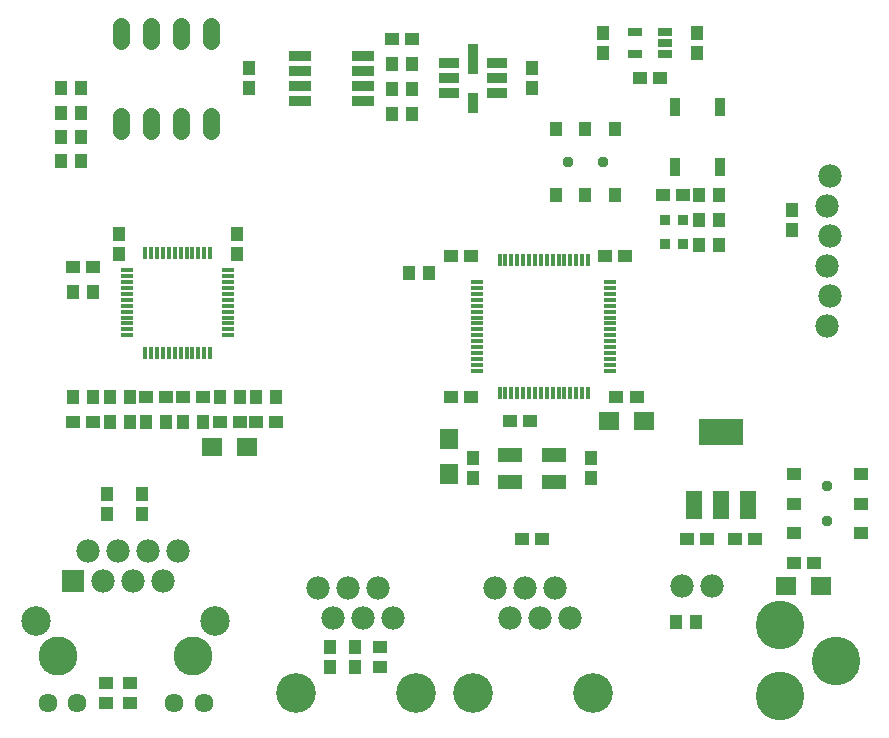
<source format=gbs>
G75*
G70*
%OFA0B0*%
%FSLAX24Y24*%
%IPPOS*%
%LPD*%
%AMOC8*
5,1,8,0,0,1.08239X$1,22.5*
%
%ADD10R,0.0138X0.0413*%
%ADD11R,0.0413X0.0138*%
%ADD12R,0.0434X0.0119*%
%ADD13R,0.0119X0.0434*%
%ADD14C,0.0560*%
%ADD15C,0.1320*%
%ADD16C,0.0780*%
%ADD17R,0.0749X0.0355*%
%ADD18C,0.1300*%
%ADD19R,0.0780X0.0780*%
%ADD20C,0.0985*%
%ADD21C,0.0634*%
%ADD22R,0.0355X0.1024*%
%ADD23R,0.0355X0.0697*%
%ADD24R,0.0697X0.0355*%
%ADD25R,0.0355X0.0355*%
%ADD26R,0.0434X0.0493*%
%ADD27C,0.0375*%
%ADD28R,0.0340X0.0640*%
%ADD29R,0.0512X0.0257*%
%ADD30R,0.0788X0.0473*%
%ADD31R,0.0434X0.0473*%
%ADD32R,0.0473X0.0434*%
%ADD33R,0.0591X0.0670*%
%ADD34R,0.0670X0.0591*%
%ADD35C,0.1620*%
%ADD36R,0.0493X0.0434*%
%ADD37R,0.0520X0.0920*%
%ADD38R,0.1457X0.0906*%
D10*
X017359Y013644D03*
X017556Y013644D03*
X017753Y013644D03*
X017949Y013644D03*
X018146Y013644D03*
X018343Y013644D03*
X018540Y013644D03*
X018737Y013644D03*
X018934Y013644D03*
X019131Y013644D03*
X019327Y013644D03*
X019524Y013644D03*
X019721Y013644D03*
X019918Y013644D03*
X020115Y013644D03*
X020312Y013644D03*
X020312Y018073D03*
X020115Y018073D03*
X019918Y018073D03*
X019721Y018073D03*
X019524Y018073D03*
X019327Y018073D03*
X019131Y018073D03*
X018934Y018073D03*
X018737Y018073D03*
X018540Y018073D03*
X018343Y018073D03*
X018146Y018073D03*
X017949Y018073D03*
X017753Y018073D03*
X017556Y018073D03*
X017359Y018073D03*
D11*
X016621Y017335D03*
X016621Y017138D03*
X016621Y016941D03*
X016621Y016744D03*
X016621Y016547D03*
X016621Y016350D03*
X016621Y016154D03*
X016621Y015957D03*
X016621Y015760D03*
X016621Y015563D03*
X016621Y015366D03*
X016621Y015169D03*
X016621Y014972D03*
X016621Y014776D03*
X016621Y014579D03*
X016621Y014382D03*
X021050Y014382D03*
X021050Y014579D03*
X021050Y014776D03*
X021050Y014972D03*
X021050Y015169D03*
X021050Y015366D03*
X021050Y015563D03*
X021050Y015760D03*
X021050Y015957D03*
X021050Y016154D03*
X021050Y016350D03*
X021050Y016547D03*
X021050Y016744D03*
X021050Y016941D03*
X021050Y017138D03*
X021050Y017335D03*
D12*
X008304Y017335D03*
X008304Y017531D03*
X008304Y017728D03*
X008304Y017138D03*
X008304Y016941D03*
X008304Y016744D03*
X008304Y016547D03*
X008304Y016350D03*
X008304Y016154D03*
X008304Y015957D03*
X008304Y015760D03*
X008304Y015563D03*
X004957Y015563D03*
X004957Y015760D03*
X004957Y015957D03*
X004957Y016154D03*
X004957Y016350D03*
X004957Y016547D03*
X004957Y016744D03*
X004957Y016941D03*
X004957Y017138D03*
X004957Y017335D03*
X004957Y017531D03*
X004957Y017728D03*
D13*
X005548Y018319D03*
X005745Y018319D03*
X005942Y018319D03*
X006138Y018319D03*
X006335Y018319D03*
X006532Y018319D03*
X006729Y018319D03*
X006926Y018319D03*
X007123Y018319D03*
X007320Y018319D03*
X007516Y018319D03*
X007713Y018319D03*
X007713Y014972D03*
X007516Y014972D03*
X007320Y014972D03*
X007123Y014972D03*
X006926Y014972D03*
X006729Y014972D03*
X006532Y014972D03*
X006335Y014972D03*
X006138Y014972D03*
X005942Y014972D03*
X005745Y014972D03*
X005548Y014972D03*
D14*
X005737Y022366D02*
X005737Y022886D01*
X004737Y022886D02*
X004737Y022366D01*
X006737Y022366D02*
X006737Y022886D01*
X007737Y022886D02*
X007737Y022366D01*
X007737Y025366D02*
X007737Y025886D01*
X006737Y025886D02*
X006737Y025366D01*
X005737Y025366D02*
X005737Y025886D01*
X004737Y025886D02*
X004737Y025366D01*
D15*
X010568Y003654D03*
X014568Y003654D03*
X016473Y003654D03*
X020473Y003654D03*
D16*
X019723Y006154D03*
X019223Y007154D03*
X018223Y007154D03*
X017723Y006154D03*
X018723Y006154D03*
X017223Y007154D03*
X013818Y006154D03*
X012818Y006154D03*
X013318Y007154D03*
X012318Y007154D03*
X011318Y007154D03*
X011818Y006154D03*
X006656Y008372D03*
X005656Y008372D03*
X004656Y008372D03*
X003656Y008372D03*
X004156Y007372D03*
X005156Y007372D03*
X006156Y007372D03*
X023453Y007197D03*
X024453Y007197D03*
X028284Y015858D03*
X028384Y016858D03*
X028284Y017858D03*
X028384Y018858D03*
X028284Y019858D03*
X028384Y020858D03*
D17*
X012799Y023376D03*
X012799Y023876D03*
X012799Y024376D03*
X012799Y024876D03*
X010699Y024876D03*
X010699Y024376D03*
X010699Y023876D03*
X010699Y023376D03*
D18*
X007156Y004872D03*
X002656Y004872D03*
D19*
X003156Y007372D03*
D20*
X001906Y006055D03*
X007890Y006055D03*
D21*
X002300Y003299D03*
X003284Y003299D03*
X006512Y003299D03*
X007497Y003299D03*
D22*
X016473Y024776D03*
D23*
X016473Y023313D03*
D24*
X015660Y023626D03*
X015660Y024126D03*
X015660Y024626D03*
X017286Y024626D03*
X017286Y024126D03*
X017286Y023626D03*
D25*
X022871Y019402D03*
X023461Y019402D03*
X023461Y018614D03*
X022871Y018614D03*
D26*
X021201Y020230D03*
X020217Y020230D03*
X019233Y020230D03*
X019233Y022455D03*
X020217Y022455D03*
X021201Y022455D03*
D27*
X020808Y021343D03*
X019627Y021343D03*
X028284Y010543D03*
X028284Y009362D03*
D28*
X024703Y021157D03*
X023203Y021157D03*
X023203Y023157D03*
X024703Y023157D03*
D29*
X022890Y024933D03*
X022890Y025307D03*
X022890Y025681D03*
X021867Y025681D03*
X021867Y024933D03*
D30*
X019170Y011587D03*
X019170Y010681D03*
X017713Y010681D03*
X017713Y011587D03*
D31*
X016473Y011469D03*
X016473Y010799D03*
X020410Y010799D03*
X020410Y011469D03*
X023225Y006016D03*
X023894Y006016D03*
X012536Y005169D03*
X012536Y004500D03*
X011709Y004500D03*
X011709Y005169D03*
X005449Y009618D03*
X005449Y010287D03*
X004268Y010287D03*
X004268Y009618D03*
X004367Y012669D03*
X005036Y012669D03*
X005587Y012669D03*
X006257Y012669D03*
X006808Y012669D03*
X007477Y012669D03*
X008028Y013496D03*
X008697Y013496D03*
X009249Y013496D03*
X009918Y013496D03*
X005036Y013496D03*
X004367Y013496D03*
X003816Y013496D03*
X003146Y013496D03*
X003146Y017020D03*
X003816Y017020D03*
X004662Y018280D03*
X004662Y018949D03*
X003422Y021370D03*
X002753Y021370D03*
X002753Y022177D03*
X003422Y022177D03*
X003422Y022984D03*
X002753Y022984D03*
X002753Y023791D03*
X003422Y023791D03*
X008993Y023791D03*
X008993Y024461D03*
X013776Y024598D03*
X014446Y024598D03*
X014446Y023772D03*
X013776Y023772D03*
X013776Y022945D03*
X014446Y022945D03*
X018442Y023791D03*
X018442Y024461D03*
X020804Y024972D03*
X020804Y025642D03*
X023953Y025642D03*
X023953Y024972D03*
X024012Y020228D03*
X024682Y020228D03*
X024682Y019402D03*
X024012Y019402D03*
X024012Y018575D03*
X024682Y018575D03*
X027103Y019067D03*
X027103Y019736D03*
X015016Y017630D03*
X014347Y017630D03*
X008599Y018280D03*
X008599Y018949D03*
D32*
X003816Y017827D03*
X003146Y017827D03*
X005587Y013496D03*
X006257Y013496D03*
X006808Y013496D03*
X007477Y013496D03*
X008028Y012669D03*
X008697Y012669D03*
X009249Y012669D03*
X009918Y012669D03*
X015745Y013496D03*
X016414Y013496D03*
X017713Y012709D03*
X018383Y012709D03*
X021257Y013496D03*
X021926Y013496D03*
X021532Y018220D03*
X020863Y018220D03*
X022792Y020228D03*
X023461Y020228D03*
X022713Y024126D03*
X022044Y024126D03*
X016414Y018220D03*
X015745Y018220D03*
X014446Y025425D03*
X013776Y025425D03*
X003816Y012669D03*
X003146Y012669D03*
X004249Y003988D03*
X004249Y003319D03*
X005056Y003319D03*
X005056Y003988D03*
X013363Y004500D03*
X013363Y005169D03*
X018107Y008772D03*
X018776Y008772D03*
X023619Y008772D03*
X024288Y008772D03*
X025194Y008772D03*
X025863Y008772D03*
X027162Y007984D03*
X027831Y007984D03*
D33*
X015686Y010937D03*
X015686Y012118D03*
D34*
X021001Y012709D03*
X022182Y012709D03*
X026906Y007197D03*
X028087Y007197D03*
X008953Y011843D03*
X007772Y011843D03*
D35*
X026709Y005898D03*
X028560Y004717D03*
X026709Y003535D03*
D36*
X027172Y008969D03*
X027172Y009953D03*
X027172Y010937D03*
X029396Y010937D03*
X029396Y009953D03*
X029396Y008969D03*
D37*
X025651Y009914D03*
X024741Y009914D03*
X023831Y009914D03*
D38*
X024741Y012354D03*
M02*

</source>
